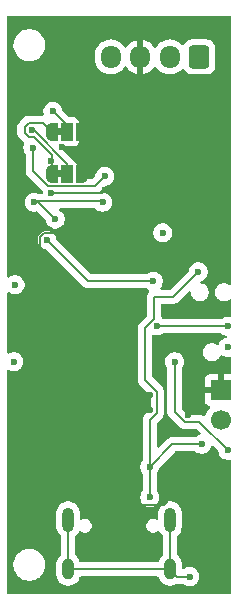
<source format=gbr>
%TF.GenerationSoftware,KiCad,Pcbnew,9.0.2*%
%TF.CreationDate,2025-06-14T09:22:04-04:00*%
%TF.ProjectId,plimsoll,706c696d-736f-46c6-9c2e-6b696361645f,rev?*%
%TF.SameCoordinates,Original*%
%TF.FileFunction,Copper,L4,Bot*%
%TF.FilePolarity,Positive*%
%FSLAX46Y46*%
G04 Gerber Fmt 4.6, Leading zero omitted, Abs format (unit mm)*
G04 Created by KiCad (PCBNEW 9.0.2) date 2025-06-14 09:22:04*
%MOMM*%
%LPD*%
G01*
G04 APERTURE LIST*
G04 Aperture macros list*
%AMRoundRect*
0 Rectangle with rounded corners*
0 $1 Rounding radius*
0 $2 $3 $4 $5 $6 $7 $8 $9 X,Y pos of 4 corners*
0 Add a 4 corners polygon primitive as box body*
4,1,4,$2,$3,$4,$5,$6,$7,$8,$9,$2,$3,0*
0 Add four circle primitives for the rounded corners*
1,1,$1+$1,$2,$3*
1,1,$1+$1,$4,$5*
1,1,$1+$1,$6,$7*
1,1,$1+$1,$8,$9*
0 Add four rect primitives between the rounded corners*
20,1,$1+$1,$2,$3,$4,$5,0*
20,1,$1+$1,$4,$5,$6,$7,0*
20,1,$1+$1,$6,$7,$8,$9,0*
20,1,$1+$1,$8,$9,$2,$3,0*%
%AMFreePoly0*
4,1,23,0.550000,-0.750000,0.000000,-0.750000,0.000000,-0.745722,-0.065263,-0.745722,-0.191342,-0.711940,-0.304381,-0.646677,-0.396677,-0.554381,-0.461940,-0.441342,-0.495722,-0.315263,-0.495722,-0.250000,-0.500000,-0.250000,-0.500000,0.250000,-0.495722,0.250000,-0.495722,0.315263,-0.461940,0.441342,-0.396677,0.554381,-0.304381,0.646677,-0.191342,0.711940,-0.065263,0.745722,0.000000,0.745722,
0.000000,0.750000,0.550000,0.750000,0.550000,-0.750000,0.550000,-0.750000,$1*%
%AMFreePoly1*
4,1,23,0.000000,0.745722,0.065263,0.745722,0.191342,0.711940,0.304381,0.646677,0.396677,0.554381,0.461940,0.441342,0.495722,0.315263,0.495722,0.250000,0.500000,0.250000,0.500000,-0.250000,0.495722,-0.250000,0.495722,-0.315263,0.461940,-0.441342,0.396677,-0.554381,0.304381,-0.646677,0.191342,-0.711940,0.065263,-0.745722,0.000000,-0.745722,0.000000,-0.750000,-0.550000,-0.750000,
-0.550000,0.750000,0.000000,0.750000,0.000000,0.745722,0.000000,0.745722,$1*%
G04 Aperture macros list end*
%TA.AperFunction,EtchedComponent*%
%ADD10C,0.000000*%
%TD*%
%TA.AperFunction,ComponentPad*%
%ADD11R,1.700000X1.700000*%
%TD*%
%TA.AperFunction,ComponentPad*%
%ADD12C,1.700000*%
%TD*%
%TA.AperFunction,ComponentPad*%
%ADD13RoundRect,0.250000X0.600000X0.725000X-0.600000X0.725000X-0.600000X-0.725000X0.600000X-0.725000X0*%
%TD*%
%TA.AperFunction,ComponentPad*%
%ADD14O,1.700000X1.950000*%
%TD*%
%TA.AperFunction,HeatsinkPad*%
%ADD15O,1.000000X2.100000*%
%TD*%
%TA.AperFunction,HeatsinkPad*%
%ADD16O,1.000000X1.800000*%
%TD*%
%TA.AperFunction,SMDPad,CuDef*%
%ADD17FreePoly0,0.000000*%
%TD*%
%TA.AperFunction,SMDPad,CuDef*%
%ADD18R,1.000000X1.500000*%
%TD*%
%TA.AperFunction,SMDPad,CuDef*%
%ADD19FreePoly1,0.000000*%
%TD*%
%TA.AperFunction,ViaPad*%
%ADD20C,0.600000*%
%TD*%
%TA.AperFunction,Conductor*%
%ADD21C,0.200000*%
%TD*%
G04 APERTURE END LIST*
D10*
%TA.AperFunction,EtchedComponent*%
%TO.C,JP2*%
G36*
X25200000Y-30650000D02*
G01*
X24700000Y-30650000D01*
X24700000Y-30050000D01*
X25200000Y-30050000D01*
X25200000Y-30650000D01*
G37*
%TD.AperFunction*%
%TA.AperFunction,EtchedComponent*%
%TO.C,JP1*%
G36*
X25200000Y-34200000D02*
G01*
X24700000Y-34200000D01*
X24700000Y-33600000D01*
X25200000Y-33600000D01*
X25200000Y-34200000D01*
G37*
%TD.AperFunction*%
%TD*%
D11*
%TO.P,J4,1,Pin_1*%
%TO.N,GND*%
X38600000Y-52200000D03*
D12*
%TO.P,J4,2,Pin_2*%
%TO.N,VBUS*%
X38600000Y-54740000D03*
%TD*%
D13*
%TO.P,J3,1,Pin_1*%
%TO.N,/Signal+*%
X36800000Y-24000000D03*
D14*
%TO.P,J3,2,Pin_2*%
%TO.N,/Signal-*%
X34300000Y-24000000D03*
%TO.P,J3,3,Pin_3*%
%TO.N,GND*%
X31800000Y-24000000D03*
%TO.P,J3,4,Pin_4*%
%TO.N,+3.3VADC*%
X29300000Y-24000000D03*
%TD*%
D15*
%TO.P,J2,S1,SHIELD*%
%TO.N,Net-(J2-SHIELD)*%
X25680000Y-63180000D03*
D16*
X25680000Y-67380000D03*
D15*
X34320000Y-63180000D03*
D16*
X34320000Y-67380000D03*
%TD*%
D17*
%TO.P,JP2,1,A*%
%TO.N,+3V3*%
X24300000Y-30350000D03*
D18*
%TO.P,JP2,2,C*%
%TO.N,Net-(JP2-C)*%
X25600000Y-30350000D03*
D19*
%TO.P,JP2,3,B*%
%TO.N,GND*%
X26900000Y-30350000D03*
%TD*%
D17*
%TO.P,JP1,1,A*%
%TO.N,+3V3*%
X24300000Y-33900000D03*
D18*
%TO.P,JP1,2,C*%
%TO.N,Net-(JP1-C)*%
X25600000Y-33900000D03*
D19*
%TO.P,JP1,3,B*%
%TO.N,GND*%
X26900000Y-33900000D03*
%TD*%
D20*
%TO.N,GND*%
X34700000Y-34000000D03*
X24200000Y-35556000D03*
X20800000Y-37700000D03*
X24600000Y-41600000D03*
X27800000Y-48400000D03*
X30800000Y-31300000D03*
X30800000Y-35300000D03*
X22200000Y-40100000D03*
X38400000Y-31100000D03*
X35200000Y-30400000D03*
X38100000Y-66800000D03*
X20800000Y-31100000D03*
X32600000Y-53900000D03*
X29900000Y-61059000D03*
X36000000Y-51800000D03*
X26600000Y-40800000D03*
X21400000Y-63600000D03*
X37600000Y-36800000D03*
X25174110Y-31600002D03*
X29000000Y-47600000D03*
X35800000Y-52600000D03*
X21100000Y-45300000D03*
X27200000Y-60900000D03*
X33700000Y-37700000D03*
X39200000Y-45700000D03*
X28800000Y-35300000D03*
X32600000Y-52600000D03*
X35800000Y-54300000D03*
X25200000Y-27000000D03*
X32000000Y-44000000D03*
X34500000Y-61200000D03*
X24800000Y-48000000D03*
X37900000Y-62600000D03*
%TO.N,VBUS*%
X32600000Y-61300000D03*
X36700000Y-42200000D03*
X37000000Y-56800000D03*
X32600000Y-58700000D03*
%TO.N,+3V3*%
X22800000Y-36300000D03*
X39200000Y-48600000D03*
X24601000Y-37735526D03*
X33700000Y-38900000D03*
X34700000Y-49800000D03*
X28600000Y-36300000D03*
X21200000Y-43300000D03*
X24236486Y-32800000D03*
X39200000Y-57300000D03*
X21100000Y-49800000D03*
%TO.N,/nRESET*%
X33219558Y-46776638D03*
X39200000Y-46800000D03*
%TO.N,/BOOT0*%
X23900000Y-39500000D03*
X32900000Y-43000000D03*
%TO.N,Net-(J2-SHIELD)*%
X36000000Y-68000000D03*
%TO.N,Net-(JP1-C)*%
X22600000Y-30200000D03*
%TO.N,Net-(JP2-C)*%
X24400000Y-28600000D03*
%TO.N,Net-(U6-XI)*%
X22700000Y-31674998D03*
X28800000Y-34100000D03*
%TD*%
D21*
%TO.N,GND*%
X28544000Y-35556000D02*
X28800000Y-35300000D01*
X39000000Y-30500000D02*
X38400000Y-31100000D01*
X23651057Y-38899000D02*
X24699000Y-38899000D01*
X25200000Y-48400000D02*
X24800000Y-48000000D01*
X33700000Y-37700000D02*
X33200000Y-37700000D01*
X39100000Y-30500000D02*
X39000000Y-30500000D01*
X30700000Y-35400000D02*
X28900000Y-35400000D01*
X23299000Y-39251057D02*
X23651057Y-38899000D01*
X30400000Y-44000000D02*
X32000000Y-44000000D01*
X29000000Y-47600000D02*
X30400000Y-44000000D01*
X37600000Y-36800000D02*
X37500000Y-36800000D01*
X31800000Y-24000000D02*
X31800000Y-21800000D01*
X26900000Y-33400000D02*
X26900000Y-33900000D01*
X33200000Y-37700000D02*
X30800000Y-35300000D01*
X34700000Y-34000000D02*
X33400000Y-35300000D01*
X25174110Y-31600002D02*
X26900000Y-31600002D01*
X38100000Y-62800000D02*
X37900000Y-62600000D01*
X28900000Y-35400000D02*
X28800000Y-35300000D01*
X33400000Y-35300000D02*
X30800000Y-35300000D01*
X30700000Y-31200000D02*
X27750000Y-31200000D01*
X24600000Y-41600000D02*
X23299000Y-40299000D01*
X25174110Y-31674110D02*
X26900000Y-33400000D01*
X27761028Y-61200000D02*
X27500000Y-61200000D01*
X33799000Y-61901000D02*
X34500000Y-61200000D01*
X27800000Y-48400000D02*
X25200000Y-48400000D01*
X31601000Y-61901000D02*
X33799000Y-61901000D01*
X22100000Y-62200000D02*
X23400000Y-60900000D01*
X25200000Y-22600000D02*
X25200000Y-27000000D01*
X38400000Y-31100000D02*
X37700000Y-30400000D01*
X32600000Y-53900000D02*
X32600000Y-52600000D01*
X31800000Y-21800000D02*
X39000000Y-21800000D01*
X37500000Y-36800000D02*
X34700000Y-34000000D01*
X29900000Y-61059000D02*
X30759000Y-61059000D01*
X23299000Y-40299000D02*
X23299000Y-39251057D01*
X37700000Y-30400000D02*
X35200000Y-30400000D01*
X31800000Y-21800000D02*
X26000000Y-21800000D01*
X39100000Y-21900000D02*
X39100000Y-30500000D01*
X29900000Y-61059000D02*
X27902028Y-61059000D01*
X25174110Y-31600002D02*
X25174110Y-31674110D01*
X24200000Y-35556000D02*
X28544000Y-35556000D01*
X38100000Y-66800000D02*
X38100000Y-62800000D01*
X27750000Y-31200000D02*
X26900000Y-30350000D01*
X24699000Y-38899000D02*
X26600000Y-40800000D01*
X39000000Y-21800000D02*
X39100000Y-21900000D01*
X30800000Y-31300000D02*
X30700000Y-31200000D01*
X26000000Y-21800000D02*
X25200000Y-22600000D01*
X30759000Y-61059000D02*
X31601000Y-61901000D01*
X23400000Y-60900000D02*
X27200000Y-60900000D01*
X22100000Y-62900000D02*
X22100000Y-62200000D01*
X21400000Y-63600000D02*
X22100000Y-62900000D01*
X35800000Y-52600000D02*
X35800000Y-54300000D01*
X30800000Y-35300000D02*
X30700000Y-35400000D01*
X27500000Y-61200000D02*
X27200000Y-60900000D01*
X26900000Y-31600002D02*
X26900000Y-30350000D01*
X27902028Y-61059000D02*
X27761028Y-61200000D01*
%TO.N,VBUS*%
X36700000Y-42200000D02*
X34601000Y-44299000D01*
X34500000Y-56800000D02*
X32600000Y-58700000D01*
X33201000Y-52351057D02*
X33201000Y-54148943D01*
X32970615Y-44329385D02*
X32970615Y-46175638D01*
X33001000Y-44299000D02*
X32970615Y-44329385D01*
X32600000Y-61300000D02*
X32600000Y-58700000D01*
X32970615Y-46175638D02*
X32200000Y-46946253D01*
X37000000Y-56800000D02*
X34500000Y-56800000D01*
X32200000Y-46946253D02*
X32200000Y-51350057D01*
X33201000Y-54148943D02*
X32600000Y-54749943D01*
X32200000Y-51350057D02*
X33201000Y-52351057D01*
X32600000Y-54749943D02*
X32600000Y-58700000D01*
X34601000Y-44299000D02*
X33001000Y-44299000D01*
%TO.N,+3V3*%
X24300000Y-32306956D02*
X24300000Y-33900000D01*
X23549000Y-29599000D02*
X22351057Y-29599000D01*
X22351057Y-29599000D02*
X21999000Y-29951057D01*
X22794044Y-30801000D02*
X24300000Y-32306956D01*
X22800000Y-36300000D02*
X22900000Y-36200000D01*
X24300000Y-30350000D02*
X23549000Y-29599000D01*
X35551057Y-54901000D02*
X34700000Y-54049943D01*
X21999000Y-30448943D02*
X22351057Y-30801000D01*
X22900000Y-36200000D02*
X28500000Y-36200000D01*
X36801000Y-54901000D02*
X35551057Y-54901000D01*
X22351057Y-30801000D02*
X22794044Y-30801000D01*
X24601000Y-37735526D02*
X23165474Y-36300000D01*
X39200000Y-57300000D02*
X36801000Y-54901000D01*
X23165474Y-36300000D02*
X22800000Y-36300000D01*
X34700000Y-54049943D02*
X34700000Y-49800000D01*
X21999000Y-29951057D02*
X21999000Y-30448943D01*
X28500000Y-36200000D02*
X28600000Y-36300000D01*
%TO.N,/nRESET*%
X33242920Y-46800000D02*
X39200000Y-46800000D01*
X33219558Y-46776638D02*
X33242920Y-46800000D01*
%TO.N,/BOOT0*%
X27400000Y-43000000D02*
X23900000Y-39500000D01*
X32900000Y-43000000D02*
X27400000Y-43000000D01*
%TO.N,Net-(J2-SHIELD)*%
X36000000Y-68000000D02*
X34940000Y-68000000D01*
X34940000Y-68000000D02*
X34320000Y-67380000D01*
X25680000Y-63180000D02*
X25680000Y-67380000D01*
X34320000Y-67380000D02*
X34320000Y-63180000D01*
X25680000Y-67380000D02*
X34320000Y-67380000D01*
%TO.N,Net-(JP1-C)*%
X22760144Y-30200000D02*
X22600000Y-30200000D01*
X25600000Y-33039856D02*
X22760144Y-30200000D01*
X25600000Y-33900000D02*
X25600000Y-33039856D01*
%TO.N,Net-(JP2-C)*%
X25600000Y-30350000D02*
X25600000Y-29800000D01*
X25600000Y-29800000D02*
X24400000Y-28600000D01*
%TO.N,Net-(U6-XI)*%
X28800000Y-34100000D02*
X27944000Y-34956000D01*
X23966144Y-34956000D02*
X22700000Y-33689856D01*
X27944000Y-34956000D02*
X23966144Y-34956000D01*
X22700000Y-33689856D02*
X22700000Y-31674998D01*
%TD*%
%TA.AperFunction,Conductor*%
%TO.N,GND*%
G36*
X39442539Y-20520185D02*
G01*
X39488294Y-20572989D01*
X39499500Y-20624500D01*
X39499500Y-43214313D01*
X39479815Y-43281352D01*
X39427011Y-43327107D01*
X39357853Y-43337051D01*
X39306610Y-43317415D01*
X39234280Y-43269086D01*
X39234266Y-43269078D01*
X39118563Y-43221153D01*
X39098542Y-43212860D01*
X39098538Y-43212859D01*
X39098534Y-43212858D01*
X38954459Y-43184200D01*
X38954455Y-43184200D01*
X38807545Y-43184200D01*
X38807540Y-43184200D01*
X38663465Y-43212858D01*
X38663455Y-43212861D01*
X38527733Y-43269078D01*
X38527724Y-43269083D01*
X38405580Y-43350698D01*
X38405576Y-43350701D01*
X38301701Y-43454576D01*
X38301698Y-43454580D01*
X38220083Y-43576724D01*
X38220078Y-43576733D01*
X38163861Y-43712455D01*
X38163858Y-43712465D01*
X38135200Y-43856540D01*
X38135200Y-44003456D01*
X38163858Y-44147534D01*
X38163861Y-44147544D01*
X38220078Y-44283266D01*
X38220083Y-44283275D01*
X38301698Y-44405419D01*
X38301701Y-44405423D01*
X38405576Y-44509298D01*
X38405580Y-44509301D01*
X38527724Y-44590916D01*
X38527730Y-44590919D01*
X38527731Y-44590920D01*
X38663458Y-44647140D01*
X38807540Y-44675799D01*
X38807544Y-44675800D01*
X38807545Y-44675800D01*
X38954456Y-44675800D01*
X38954457Y-44675799D01*
X39098542Y-44647140D01*
X39234269Y-44590920D01*
X39306609Y-44542584D01*
X39373286Y-44521706D01*
X39440666Y-44540190D01*
X39487357Y-44592169D01*
X39499500Y-44645686D01*
X39499500Y-45892297D01*
X39479815Y-45959336D01*
X39427011Y-46005091D01*
X39357853Y-46015035D01*
X39351309Y-46013914D01*
X39278845Y-45999500D01*
X39278842Y-45999500D01*
X39121158Y-45999500D01*
X39121155Y-45999500D01*
X38966510Y-46030261D01*
X38966498Y-46030264D01*
X38820827Y-46090602D01*
X38820814Y-46090609D01*
X38689125Y-46178602D01*
X38622447Y-46199480D01*
X38620234Y-46199500D01*
X33825861Y-46199500D01*
X33758822Y-46179815D01*
X33753991Y-46176548D01*
X33745523Y-46170525D01*
X33729847Y-46154849D01*
X33624725Y-46084608D01*
X33623245Y-46083556D01*
X33602716Y-46057481D01*
X33581419Y-46031998D01*
X33580975Y-46029867D01*
X33580024Y-46028659D01*
X33579424Y-46022418D01*
X33571115Y-45982508D01*
X33571115Y-45023500D01*
X33590800Y-44956461D01*
X33643604Y-44910706D01*
X33695115Y-44899500D01*
X34514331Y-44899500D01*
X34514347Y-44899501D01*
X34521943Y-44899501D01*
X34680054Y-44899501D01*
X34680057Y-44899501D01*
X34832785Y-44858577D01*
X34882904Y-44829639D01*
X34969716Y-44779520D01*
X35081520Y-44667716D01*
X35081520Y-44667714D01*
X35091728Y-44657507D01*
X35091730Y-44657504D01*
X35891519Y-43857715D01*
X35952842Y-43824230D01*
X36022534Y-43829214D01*
X36078467Y-43871086D01*
X36102884Y-43936550D01*
X36103200Y-43945396D01*
X36103200Y-44003456D01*
X36131858Y-44147534D01*
X36131861Y-44147544D01*
X36188078Y-44283266D01*
X36188083Y-44283275D01*
X36269698Y-44405419D01*
X36269701Y-44405423D01*
X36373576Y-44509298D01*
X36373580Y-44509301D01*
X36495724Y-44590916D01*
X36495730Y-44590919D01*
X36495731Y-44590920D01*
X36631458Y-44647140D01*
X36775540Y-44675799D01*
X36775544Y-44675800D01*
X36775545Y-44675800D01*
X36922456Y-44675800D01*
X36922457Y-44675799D01*
X37066542Y-44647140D01*
X37202269Y-44590920D01*
X37324420Y-44509301D01*
X37428301Y-44405420D01*
X37509920Y-44283269D01*
X37566140Y-44147542D01*
X37593619Y-44009394D01*
X37594800Y-44003456D01*
X37594800Y-43856544D01*
X37594799Y-43856540D01*
X37588372Y-43824230D01*
X37566140Y-43712458D01*
X37509920Y-43576731D01*
X37509919Y-43576730D01*
X37509916Y-43576724D01*
X37428301Y-43454580D01*
X37428298Y-43454576D01*
X37324423Y-43350701D01*
X37324419Y-43350698D01*
X37202275Y-43269083D01*
X37202266Y-43269078D01*
X37086563Y-43221153D01*
X37066542Y-43212860D01*
X37066538Y-43212859D01*
X37066534Y-43212858D01*
X36981047Y-43195854D01*
X36919136Y-43163470D01*
X36884562Y-43102754D01*
X36888301Y-43032984D01*
X36929167Y-42976312D01*
X36957784Y-42959676D01*
X36996769Y-42943528D01*
X37079173Y-42909397D01*
X37079176Y-42909395D01*
X37079179Y-42909394D01*
X37210289Y-42821789D01*
X37321789Y-42710289D01*
X37409394Y-42579179D01*
X37469737Y-42433497D01*
X37500500Y-42278842D01*
X37500500Y-42121158D01*
X37500500Y-42121155D01*
X37500499Y-42121153D01*
X37469738Y-41966510D01*
X37469738Y-41966508D01*
X37469737Y-41966503D01*
X37469735Y-41966498D01*
X37409397Y-41820827D01*
X37409390Y-41820814D01*
X37321789Y-41689711D01*
X37321786Y-41689707D01*
X37210292Y-41578213D01*
X37210288Y-41578210D01*
X37079185Y-41490609D01*
X37079172Y-41490602D01*
X36933501Y-41430264D01*
X36933489Y-41430261D01*
X36778845Y-41399500D01*
X36778842Y-41399500D01*
X36621158Y-41399500D01*
X36621155Y-41399500D01*
X36466510Y-41430261D01*
X36466498Y-41430264D01*
X36320827Y-41490602D01*
X36320814Y-41490609D01*
X36189711Y-41578210D01*
X36189707Y-41578213D01*
X36078213Y-41689707D01*
X36078210Y-41689711D01*
X35990609Y-41820814D01*
X35990602Y-41820827D01*
X35930264Y-41966498D01*
X35930261Y-41966508D01*
X35899361Y-42121850D01*
X35866976Y-42183761D01*
X35865425Y-42185339D01*
X34388584Y-43662181D01*
X34327261Y-43695666D01*
X34300903Y-43698500D01*
X33628018Y-43698500D01*
X33560979Y-43678815D01*
X33515224Y-43626011D01*
X33505280Y-43556853D01*
X33524916Y-43505609D01*
X33609390Y-43379185D01*
X33609390Y-43379184D01*
X33609394Y-43379179D01*
X33669737Y-43233497D01*
X33700500Y-43078842D01*
X33700500Y-42921158D01*
X33700500Y-42921155D01*
X33700499Y-42921153D01*
X33680734Y-42821789D01*
X33669737Y-42766503D01*
X33646452Y-42710288D01*
X33609397Y-42620827D01*
X33609390Y-42620814D01*
X33521789Y-42489711D01*
X33521786Y-42489707D01*
X33410292Y-42378213D01*
X33410288Y-42378210D01*
X33279185Y-42290609D01*
X33279172Y-42290602D01*
X33133501Y-42230264D01*
X33133489Y-42230261D01*
X32978845Y-42199500D01*
X32978842Y-42199500D01*
X32821158Y-42199500D01*
X32821155Y-42199500D01*
X32666510Y-42230261D01*
X32666498Y-42230264D01*
X32520827Y-42290602D01*
X32520814Y-42290609D01*
X32389125Y-42378602D01*
X32322447Y-42399480D01*
X32320234Y-42399500D01*
X27700097Y-42399500D01*
X27633058Y-42379815D01*
X27612416Y-42363181D01*
X24734574Y-39485339D01*
X24701089Y-39424016D01*
X24700638Y-39421849D01*
X24682595Y-39331147D01*
X24669737Y-39266503D01*
X24669735Y-39266498D01*
X24609397Y-39120827D01*
X24609390Y-39120814D01*
X24521789Y-38989711D01*
X24521786Y-38989707D01*
X24410292Y-38878213D01*
X24410288Y-38878210D01*
X24324897Y-38821153D01*
X32899500Y-38821153D01*
X32899500Y-38978846D01*
X32930261Y-39133489D01*
X32930264Y-39133501D01*
X32990602Y-39279172D01*
X32990609Y-39279185D01*
X33078210Y-39410288D01*
X33078213Y-39410292D01*
X33189707Y-39521786D01*
X33189711Y-39521789D01*
X33320814Y-39609390D01*
X33320827Y-39609397D01*
X33466498Y-39669735D01*
X33466503Y-39669737D01*
X33621153Y-39700499D01*
X33621156Y-39700500D01*
X33621158Y-39700500D01*
X33778844Y-39700500D01*
X33778845Y-39700499D01*
X33933497Y-39669737D01*
X34079179Y-39609394D01*
X34210289Y-39521789D01*
X34321789Y-39410289D01*
X34409394Y-39279179D01*
X34469737Y-39133497D01*
X34500500Y-38978842D01*
X34500500Y-38821158D01*
X34500500Y-38821155D01*
X34500499Y-38821153D01*
X34482419Y-38730261D01*
X34469737Y-38666503D01*
X34469735Y-38666498D01*
X34409397Y-38520827D01*
X34409390Y-38520814D01*
X34321789Y-38389711D01*
X34321786Y-38389707D01*
X34210292Y-38278213D01*
X34210288Y-38278210D01*
X34079185Y-38190609D01*
X34079172Y-38190602D01*
X33933501Y-38130264D01*
X33933489Y-38130261D01*
X33778845Y-38099500D01*
X33778842Y-38099500D01*
X33621158Y-38099500D01*
X33621155Y-38099500D01*
X33466510Y-38130261D01*
X33466498Y-38130264D01*
X33320827Y-38190602D01*
X33320814Y-38190609D01*
X33189711Y-38278210D01*
X33189707Y-38278213D01*
X33078213Y-38389707D01*
X33078210Y-38389711D01*
X32990609Y-38520814D01*
X32990602Y-38520827D01*
X32930264Y-38666498D01*
X32930261Y-38666510D01*
X32899500Y-38821153D01*
X24324897Y-38821153D01*
X24279185Y-38790609D01*
X24279172Y-38790602D01*
X24133501Y-38730264D01*
X24133489Y-38730261D01*
X23978845Y-38699500D01*
X23978842Y-38699500D01*
X23821158Y-38699500D01*
X23821155Y-38699500D01*
X23666510Y-38730261D01*
X23666498Y-38730264D01*
X23520827Y-38790602D01*
X23520814Y-38790609D01*
X23389711Y-38878210D01*
X23389707Y-38878213D01*
X23278213Y-38989707D01*
X23278210Y-38989711D01*
X23190609Y-39120814D01*
X23190602Y-39120827D01*
X23130264Y-39266498D01*
X23130261Y-39266510D01*
X23099500Y-39421153D01*
X23099500Y-39578846D01*
X23130261Y-39733489D01*
X23130264Y-39733501D01*
X23190602Y-39879172D01*
X23190609Y-39879185D01*
X23278210Y-40010288D01*
X23278213Y-40010292D01*
X23389707Y-40121786D01*
X23389711Y-40121789D01*
X23520814Y-40209390D01*
X23520827Y-40209397D01*
X23666498Y-40269735D01*
X23666503Y-40269737D01*
X23731147Y-40282595D01*
X23821849Y-40300638D01*
X23883760Y-40333023D01*
X23885339Y-40334574D01*
X26915139Y-43364374D01*
X26915149Y-43364385D01*
X26919479Y-43368715D01*
X26919480Y-43368716D01*
X27031284Y-43480520D01*
X27031286Y-43480521D01*
X27031290Y-43480524D01*
X27163498Y-43556853D01*
X27168216Y-43559577D01*
X27280019Y-43589534D01*
X27320942Y-43600500D01*
X27320943Y-43600500D01*
X32320234Y-43600500D01*
X32338315Y-43605809D01*
X32357156Y-43606125D01*
X32385490Y-43619661D01*
X32387273Y-43620185D01*
X32389011Y-43621322D01*
X32389709Y-43621787D01*
X32389711Y-43621789D01*
X32520821Y-43709394D01*
X32521650Y-43709737D01*
X32527418Y-43713582D01*
X32546124Y-43735915D01*
X32566915Y-43756323D01*
X32568292Y-43762381D01*
X32572282Y-43767145D01*
X32575944Y-43796047D01*
X32582402Y-43824455D01*
X32580284Y-43830296D01*
X32581066Y-43836460D01*
X32568520Y-43862756D01*
X32558595Y-43890143D01*
X32551525Y-43898379D01*
X32550981Y-43899521D01*
X32550052Y-43900096D01*
X32546323Y-43904441D01*
X32490095Y-43960669D01*
X32465393Y-44003455D01*
X32411038Y-44097600D01*
X32370114Y-44250328D01*
X32370114Y-44250330D01*
X32370114Y-44418431D01*
X32370115Y-44418444D01*
X32370115Y-45875540D01*
X32350430Y-45942579D01*
X32333796Y-45963221D01*
X31719481Y-46577535D01*
X31719479Y-46577537D01*
X31706202Y-46600534D01*
X31700590Y-46610256D01*
X31640423Y-46714468D01*
X31599499Y-46867196D01*
X31599499Y-46867198D01*
X31599499Y-47035299D01*
X31599500Y-47035312D01*
X31599500Y-51263387D01*
X31599499Y-51263405D01*
X31599499Y-51429111D01*
X31599498Y-51429111D01*
X31640423Y-51581842D01*
X31669358Y-51631957D01*
X31669359Y-51631961D01*
X31669360Y-51631961D01*
X31719479Y-51718771D01*
X31719481Y-51718774D01*
X31838349Y-51837642D01*
X31838355Y-51837647D01*
X32564181Y-52563473D01*
X32597666Y-52624796D01*
X32600500Y-52651154D01*
X32600500Y-53848845D01*
X32580815Y-53915884D01*
X32564181Y-53936526D01*
X32119481Y-54381225D01*
X32119479Y-54381227D01*
X32106322Y-54404017D01*
X32096817Y-54420481D01*
X32094926Y-54423757D01*
X32040711Y-54517660D01*
X32040423Y-54518158D01*
X31999499Y-54670886D01*
X31999499Y-54670888D01*
X31999499Y-54838989D01*
X31999500Y-54839002D01*
X31999500Y-58120234D01*
X31979815Y-58187273D01*
X31978602Y-58189125D01*
X31890609Y-58320814D01*
X31890602Y-58320827D01*
X31830264Y-58466498D01*
X31830261Y-58466510D01*
X31799500Y-58621153D01*
X31799500Y-58778846D01*
X31830261Y-58933489D01*
X31830264Y-58933501D01*
X31890602Y-59079172D01*
X31890609Y-59079185D01*
X31978602Y-59210874D01*
X31999480Y-59277551D01*
X31999500Y-59279765D01*
X31999500Y-60720234D01*
X31979815Y-60787273D01*
X31978602Y-60789125D01*
X31890609Y-60920814D01*
X31890602Y-60920827D01*
X31830264Y-61066498D01*
X31830261Y-61066510D01*
X31799500Y-61221153D01*
X31799500Y-61378846D01*
X31830261Y-61533489D01*
X31830264Y-61533501D01*
X31890602Y-61679172D01*
X31890609Y-61679185D01*
X31978210Y-61810288D01*
X31978213Y-61810292D01*
X32089707Y-61921786D01*
X32089711Y-61921789D01*
X32220814Y-62009390D01*
X32220827Y-62009397D01*
X32366498Y-62069735D01*
X32366503Y-62069737D01*
X32521153Y-62100499D01*
X32521156Y-62100500D01*
X32521158Y-62100500D01*
X32678844Y-62100500D01*
X32678845Y-62100499D01*
X32833497Y-62069737D01*
X32979179Y-62009394D01*
X33110289Y-61921789D01*
X33221789Y-61810289D01*
X33309394Y-61679179D01*
X33369737Y-61533497D01*
X33400500Y-61378842D01*
X33400500Y-61221158D01*
X33400500Y-61221155D01*
X33400499Y-61221153D01*
X33369738Y-61066510D01*
X33369737Y-61066503D01*
X33369735Y-61066498D01*
X33309397Y-60920827D01*
X33309390Y-60920814D01*
X33221398Y-60789125D01*
X33200520Y-60722447D01*
X33200500Y-60720234D01*
X33200500Y-59279765D01*
X33220185Y-59212726D01*
X33221398Y-59210874D01*
X33309390Y-59079185D01*
X33309390Y-59079184D01*
X33309394Y-59079179D01*
X33369737Y-58933497D01*
X33389113Y-58836085D01*
X33400638Y-58778150D01*
X33433023Y-58716239D01*
X33434517Y-58714717D01*
X34712417Y-57436819D01*
X34773740Y-57403334D01*
X34800098Y-57400500D01*
X36420234Y-57400500D01*
X36487273Y-57420185D01*
X36489125Y-57421398D01*
X36620814Y-57509390D01*
X36620827Y-57509397D01*
X36766498Y-57569735D01*
X36766503Y-57569737D01*
X36921153Y-57600499D01*
X36921156Y-57600500D01*
X36921158Y-57600500D01*
X37078844Y-57600500D01*
X37078845Y-57600499D01*
X37233497Y-57569737D01*
X37379179Y-57509394D01*
X37510289Y-57421789D01*
X37621789Y-57310289D01*
X37709394Y-57179179D01*
X37769737Y-57033497D01*
X37776662Y-56998685D01*
X37809047Y-56936774D01*
X37869762Y-56902200D01*
X37939532Y-56905939D01*
X37985960Y-56935195D01*
X38365425Y-57314660D01*
X38398910Y-57375983D01*
X38399361Y-57378149D01*
X38430261Y-57533491D01*
X38430264Y-57533501D01*
X38490602Y-57679172D01*
X38490609Y-57679185D01*
X38578210Y-57810288D01*
X38578213Y-57810292D01*
X38689707Y-57921786D01*
X38689711Y-57921789D01*
X38820814Y-58009390D01*
X38820827Y-58009397D01*
X38966498Y-58069735D01*
X38966503Y-58069737D01*
X39121153Y-58100499D01*
X39121156Y-58100500D01*
X39121158Y-58100500D01*
X39278843Y-58100500D01*
X39294564Y-58097372D01*
X39351309Y-58086085D01*
X39420899Y-58092312D01*
X39476077Y-58135174D01*
X39499322Y-58201063D01*
X39499500Y-58207702D01*
X39499500Y-69375500D01*
X39479815Y-69442539D01*
X39427011Y-69488294D01*
X39375500Y-69499500D01*
X20624500Y-69499500D01*
X20557461Y-69479815D01*
X20511706Y-69427011D01*
X20500500Y-69375500D01*
X20500500Y-66893713D01*
X21049500Y-66893713D01*
X21049500Y-67106287D01*
X21082754Y-67316243D01*
X21139117Y-67489711D01*
X21148444Y-67518414D01*
X21244951Y-67707820D01*
X21369890Y-67879786D01*
X21520213Y-68030109D01*
X21692179Y-68155048D01*
X21692181Y-68155049D01*
X21692184Y-68155051D01*
X21881588Y-68251557D01*
X22083757Y-68317246D01*
X22293713Y-68350500D01*
X22293714Y-68350500D01*
X22506286Y-68350500D01*
X22506287Y-68350500D01*
X22716243Y-68317246D01*
X22918412Y-68251557D01*
X23107816Y-68155051D01*
X23212707Y-68078844D01*
X23279786Y-68030109D01*
X23279788Y-68030106D01*
X23279792Y-68030104D01*
X23430104Y-67879792D01*
X23430106Y-67879788D01*
X23430109Y-67879786D01*
X23555048Y-67707820D01*
X23555047Y-67707820D01*
X23555051Y-67707816D01*
X23651557Y-67518412D01*
X23717246Y-67316243D01*
X23750500Y-67106287D01*
X23750500Y-66893713D01*
X23717246Y-66683757D01*
X23651557Y-66481588D01*
X23555051Y-66292184D01*
X23555049Y-66292181D01*
X23555048Y-66292179D01*
X23430109Y-66120213D01*
X23279786Y-65969890D01*
X23107820Y-65844951D01*
X22918414Y-65748444D01*
X22918413Y-65748443D01*
X22918412Y-65748443D01*
X22716243Y-65682754D01*
X22716241Y-65682753D01*
X22716240Y-65682753D01*
X22554957Y-65657208D01*
X22506287Y-65649500D01*
X22293713Y-65649500D01*
X22245042Y-65657208D01*
X22083760Y-65682753D01*
X21881585Y-65748444D01*
X21692179Y-65844951D01*
X21520213Y-65969890D01*
X21369890Y-66120213D01*
X21244951Y-66292179D01*
X21148444Y-66481585D01*
X21082753Y-66683760D01*
X21051441Y-66881456D01*
X21049500Y-66893713D01*
X20500500Y-66893713D01*
X20500500Y-63828543D01*
X24679499Y-63828543D01*
X24717947Y-64021829D01*
X24717950Y-64021839D01*
X24793364Y-64203907D01*
X24793371Y-64203920D01*
X24902860Y-64367781D01*
X24902863Y-64367785D01*
X25043181Y-64508103D01*
X25076666Y-64569426D01*
X25079500Y-64595784D01*
X25079500Y-66114216D01*
X25059815Y-66181255D01*
X25043181Y-66201897D01*
X24902863Y-66342214D01*
X24902860Y-66342218D01*
X24793371Y-66506079D01*
X24793364Y-66506092D01*
X24717950Y-66688160D01*
X24717947Y-66688170D01*
X24679500Y-66881456D01*
X24679500Y-66881459D01*
X24679500Y-67878541D01*
X24679500Y-67878543D01*
X24679499Y-67878543D01*
X24717947Y-68071829D01*
X24717950Y-68071839D01*
X24793364Y-68253907D01*
X24793371Y-68253920D01*
X24902860Y-68417781D01*
X24902863Y-68417785D01*
X25042214Y-68557136D01*
X25042218Y-68557139D01*
X25206079Y-68666628D01*
X25206092Y-68666635D01*
X25388160Y-68742049D01*
X25388165Y-68742051D01*
X25388169Y-68742051D01*
X25388170Y-68742052D01*
X25581456Y-68780500D01*
X25581459Y-68780500D01*
X25778543Y-68780500D01*
X25908582Y-68754632D01*
X25971835Y-68742051D01*
X26153914Y-68666632D01*
X26317782Y-68557139D01*
X26457139Y-68417782D01*
X26566632Y-68253914D01*
X26642051Y-68071835D01*
X26642052Y-68071832D01*
X26643063Y-68068501D01*
X26644066Y-68066970D01*
X26644382Y-68066208D01*
X26644526Y-68066267D01*
X26681362Y-68010063D01*
X26745175Y-67981609D01*
X26761722Y-67980500D01*
X33238278Y-67980500D01*
X33305317Y-68000185D01*
X33351072Y-68052989D01*
X33356937Y-68068501D01*
X33357947Y-68071832D01*
X33433364Y-68253907D01*
X33433371Y-68253920D01*
X33542860Y-68417781D01*
X33542863Y-68417785D01*
X33682214Y-68557136D01*
X33682218Y-68557139D01*
X33846079Y-68666628D01*
X33846092Y-68666635D01*
X34028160Y-68742049D01*
X34028165Y-68742051D01*
X34028169Y-68742051D01*
X34028170Y-68742052D01*
X34221456Y-68780500D01*
X34221459Y-68780500D01*
X34418543Y-68780500D01*
X34548582Y-68754632D01*
X34611835Y-68742051D01*
X34793914Y-68666632D01*
X34861612Y-68621397D01*
X34928288Y-68600520D01*
X34930502Y-68600500D01*
X35420234Y-68600500D01*
X35487273Y-68620185D01*
X35489125Y-68621398D01*
X35620814Y-68709390D01*
X35620827Y-68709397D01*
X35766498Y-68769735D01*
X35766503Y-68769737D01*
X35921153Y-68800499D01*
X35921156Y-68800500D01*
X35921158Y-68800500D01*
X36078844Y-68800500D01*
X36078845Y-68800499D01*
X36233497Y-68769737D01*
X36379179Y-68709394D01*
X36510289Y-68621789D01*
X36621789Y-68510289D01*
X36709394Y-68379179D01*
X36769737Y-68233497D01*
X36800500Y-68078842D01*
X36800500Y-67921158D01*
X36800500Y-67921155D01*
X36800499Y-67921153D01*
X36792272Y-67879792D01*
X36769737Y-67766503D01*
X36745428Y-67707816D01*
X36709397Y-67620827D01*
X36709390Y-67620814D01*
X36621789Y-67489711D01*
X36621786Y-67489707D01*
X36510292Y-67378213D01*
X36510288Y-67378210D01*
X36379185Y-67290609D01*
X36379172Y-67290602D01*
X36233501Y-67230264D01*
X36233489Y-67230261D01*
X36078845Y-67199500D01*
X36078842Y-67199500D01*
X35921158Y-67199500D01*
X35921155Y-67199500D01*
X35766510Y-67230261D01*
X35766498Y-67230264D01*
X35620827Y-67290602D01*
X35620814Y-67290609D01*
X35513391Y-67362388D01*
X35446713Y-67383266D01*
X35379333Y-67364782D01*
X35332643Y-67312803D01*
X35320500Y-67259286D01*
X35320500Y-66881456D01*
X35282052Y-66688170D01*
X35282051Y-66688167D01*
X35282051Y-66688165D01*
X35280225Y-66683757D01*
X35206635Y-66506092D01*
X35206628Y-66506079D01*
X35097139Y-66342218D01*
X35097136Y-66342214D01*
X34956819Y-66201897D01*
X34923334Y-66140574D01*
X34920500Y-66114216D01*
X34920500Y-64595784D01*
X34940185Y-64528745D01*
X34956819Y-64508103D01*
X35097136Y-64367785D01*
X35097139Y-64367782D01*
X35206632Y-64203914D01*
X35282051Y-64021835D01*
X35320500Y-63828541D01*
X35320500Y-62531459D01*
X35320500Y-62531456D01*
X35282052Y-62338170D01*
X35282051Y-62338169D01*
X35282051Y-62338165D01*
X35282049Y-62338160D01*
X35206635Y-62156092D01*
X35206628Y-62156079D01*
X35097139Y-61992218D01*
X35097136Y-61992214D01*
X34957785Y-61852863D01*
X34957781Y-61852860D01*
X34793920Y-61743371D01*
X34793907Y-61743364D01*
X34611839Y-61667950D01*
X34611829Y-61667947D01*
X34418543Y-61629500D01*
X34418541Y-61629500D01*
X34221459Y-61629500D01*
X34221457Y-61629500D01*
X34028170Y-61667947D01*
X34028160Y-61667950D01*
X33846092Y-61743364D01*
X33846079Y-61743371D01*
X33682218Y-61852860D01*
X33682214Y-61852863D01*
X33542863Y-61992214D01*
X33542860Y-61992218D01*
X33433371Y-62156079D01*
X33433364Y-62156092D01*
X33357950Y-62338160D01*
X33357947Y-62338170D01*
X33319500Y-62531456D01*
X33319500Y-63068666D01*
X33299815Y-63135705D01*
X33247011Y-63181460D01*
X33177853Y-63191404D01*
X33133501Y-63176054D01*
X33112137Y-63163719D01*
X33007584Y-63135705D01*
X32965766Y-63124500D01*
X32814234Y-63124500D01*
X32667863Y-63163719D01*
X32536635Y-63239485D01*
X32536632Y-63239487D01*
X32429487Y-63346632D01*
X32429485Y-63346635D01*
X32353719Y-63477863D01*
X32314500Y-63624234D01*
X32314500Y-63775765D01*
X32353719Y-63922136D01*
X32391602Y-63987750D01*
X32429485Y-64053365D01*
X32536635Y-64160515D01*
X32667865Y-64236281D01*
X32814234Y-64275500D01*
X32814236Y-64275500D01*
X32965764Y-64275500D01*
X32965766Y-64275500D01*
X33112135Y-64236281D01*
X33243365Y-64160515D01*
X33243372Y-64160507D01*
X33245694Y-64158726D01*
X33248021Y-64157825D01*
X33250403Y-64156451D01*
X33250617Y-64156822D01*
X33310861Y-64133525D01*
X33379307Y-64147556D01*
X33429302Y-64196365D01*
X33430551Y-64198644D01*
X33433369Y-64203916D01*
X33542860Y-64367781D01*
X33542863Y-64367785D01*
X33683181Y-64508103D01*
X33716666Y-64569426D01*
X33719500Y-64595784D01*
X33719500Y-66114216D01*
X33699815Y-66181255D01*
X33683181Y-66201897D01*
X33542863Y-66342214D01*
X33542860Y-66342218D01*
X33433371Y-66506079D01*
X33433364Y-66506092D01*
X33357947Y-66688167D01*
X33356937Y-66691499D01*
X33355933Y-66693029D01*
X33355618Y-66693792D01*
X33355473Y-66693732D01*
X33318638Y-66749937D01*
X33254825Y-66778391D01*
X33238278Y-66779500D01*
X26761722Y-66779500D01*
X26694683Y-66759815D01*
X26648928Y-66707011D01*
X26643063Y-66691499D01*
X26642052Y-66688167D01*
X26566635Y-66506092D01*
X26566628Y-66506079D01*
X26457139Y-66342218D01*
X26457136Y-66342214D01*
X26316819Y-66201897D01*
X26283334Y-66140574D01*
X26280500Y-66114216D01*
X26280500Y-64595784D01*
X26300185Y-64528745D01*
X26316819Y-64508103D01*
X26457136Y-64367785D01*
X26457139Y-64367782D01*
X26457140Y-64367781D01*
X26566632Y-64203914D01*
X26566635Y-64203906D01*
X26569446Y-64198648D01*
X26618405Y-64148800D01*
X26686542Y-64133335D01*
X26752223Y-64157163D01*
X26754300Y-64158722D01*
X26756632Y-64160512D01*
X26756635Y-64160515D01*
X26887865Y-64236281D01*
X27034234Y-64275500D01*
X27034236Y-64275500D01*
X27185764Y-64275500D01*
X27185766Y-64275500D01*
X27332135Y-64236281D01*
X27463365Y-64160515D01*
X27570515Y-64053365D01*
X27646281Y-63922135D01*
X27685500Y-63775766D01*
X27685500Y-63624234D01*
X27646281Y-63477865D01*
X27570515Y-63346635D01*
X27463365Y-63239485D01*
X27380087Y-63191404D01*
X27332136Y-63163719D01*
X27227584Y-63135705D01*
X27185766Y-63124500D01*
X27034234Y-63124500D01*
X26887862Y-63163719D01*
X26866499Y-63176054D01*
X26798598Y-63192525D01*
X26732572Y-63169673D01*
X26689382Y-63114751D01*
X26680500Y-63068666D01*
X26680500Y-62531456D01*
X26642052Y-62338170D01*
X26642051Y-62338169D01*
X26642051Y-62338165D01*
X26642049Y-62338160D01*
X26566635Y-62156092D01*
X26566628Y-62156079D01*
X26457139Y-61992218D01*
X26457136Y-61992214D01*
X26317785Y-61852863D01*
X26317781Y-61852860D01*
X26153920Y-61743371D01*
X26153907Y-61743364D01*
X25971839Y-61667950D01*
X25971829Y-61667947D01*
X25778543Y-61629500D01*
X25778541Y-61629500D01*
X25581459Y-61629500D01*
X25581457Y-61629500D01*
X25388170Y-61667947D01*
X25388160Y-61667950D01*
X25206092Y-61743364D01*
X25206079Y-61743371D01*
X25042218Y-61852860D01*
X25042214Y-61852863D01*
X24902863Y-61992214D01*
X24902860Y-61992218D01*
X24793371Y-62156079D01*
X24793364Y-62156092D01*
X24717950Y-62338160D01*
X24717947Y-62338170D01*
X24679500Y-62531456D01*
X24679500Y-62531459D01*
X24679500Y-63828541D01*
X24679500Y-63828543D01*
X24679499Y-63828543D01*
X20500500Y-63828543D01*
X20500500Y-50594168D01*
X20520185Y-50527129D01*
X20572989Y-50481374D01*
X20642147Y-50471430D01*
X20693392Y-50491067D01*
X20720812Y-50509389D01*
X20720827Y-50509397D01*
X20866498Y-50569735D01*
X20866503Y-50569737D01*
X21021153Y-50600499D01*
X21021156Y-50600500D01*
X21021158Y-50600500D01*
X21178844Y-50600500D01*
X21178845Y-50600499D01*
X21333497Y-50569737D01*
X21479179Y-50509394D01*
X21610289Y-50421789D01*
X21721789Y-50310289D01*
X21809394Y-50179179D01*
X21869737Y-50033497D01*
X21900500Y-49878842D01*
X21900500Y-49721158D01*
X21900500Y-49721155D01*
X21900499Y-49721153D01*
X21890506Y-49670916D01*
X21869737Y-49566503D01*
X21836151Y-49485419D01*
X21809397Y-49420827D01*
X21809390Y-49420814D01*
X21721789Y-49289711D01*
X21721786Y-49289707D01*
X21610292Y-49178213D01*
X21610288Y-49178210D01*
X21479185Y-49090609D01*
X21479172Y-49090602D01*
X21333501Y-49030264D01*
X21333489Y-49030261D01*
X21178845Y-48999500D01*
X21178842Y-48999500D01*
X21021158Y-48999500D01*
X21021155Y-48999500D01*
X20866510Y-49030261D01*
X20866498Y-49030264D01*
X20720827Y-49090602D01*
X20720816Y-49090608D01*
X20693390Y-49108934D01*
X20626712Y-49129811D01*
X20559332Y-49111326D01*
X20512643Y-49059346D01*
X20500500Y-49005831D01*
X20500500Y-44027350D01*
X20520185Y-43960311D01*
X20572989Y-43914556D01*
X20642147Y-43904612D01*
X20693391Y-43924248D01*
X20820814Y-44009390D01*
X20820827Y-44009397D01*
X20966498Y-44069735D01*
X20966503Y-44069737D01*
X21106569Y-44097598D01*
X21121153Y-44100499D01*
X21121156Y-44100500D01*
X21121158Y-44100500D01*
X21278844Y-44100500D01*
X21278845Y-44100499D01*
X21433497Y-44069737D01*
X21579179Y-44009394D01*
X21710289Y-43921789D01*
X21821789Y-43810289D01*
X21909394Y-43679179D01*
X21969737Y-43533497D01*
X22000500Y-43378842D01*
X22000500Y-43221158D01*
X22000500Y-43221155D01*
X22000499Y-43221153D01*
X21995467Y-43195854D01*
X21969737Y-43066503D01*
X21929656Y-42969737D01*
X21909397Y-42920827D01*
X21909390Y-42920814D01*
X21821789Y-42789711D01*
X21821786Y-42789707D01*
X21710292Y-42678213D01*
X21710288Y-42678210D01*
X21579185Y-42590609D01*
X21579172Y-42590602D01*
X21433501Y-42530264D01*
X21433489Y-42530261D01*
X21278845Y-42499500D01*
X21278842Y-42499500D01*
X21121158Y-42499500D01*
X21121155Y-42499500D01*
X20966510Y-42530261D01*
X20966498Y-42530264D01*
X20820827Y-42590602D01*
X20820814Y-42590609D01*
X20693391Y-42675751D01*
X20626713Y-42696629D01*
X20559333Y-42678144D01*
X20512643Y-42626165D01*
X20500500Y-42572649D01*
X20500500Y-30527997D01*
X21398498Y-30527997D01*
X21439423Y-30680728D01*
X21453596Y-30705276D01*
X21453595Y-30705276D01*
X21453596Y-30705277D01*
X21518475Y-30817652D01*
X21518481Y-30817660D01*
X21630285Y-30929464D01*
X21933786Y-31232966D01*
X21967271Y-31294289D01*
X21962287Y-31363981D01*
X21960669Y-31368092D01*
X21930263Y-31441501D01*
X21930262Y-31441504D01*
X21930262Y-31441505D01*
X21930261Y-31441508D01*
X21899500Y-31596151D01*
X21899500Y-31753844D01*
X21930261Y-31908487D01*
X21930264Y-31908499D01*
X21990602Y-32054170D01*
X21990609Y-32054183D01*
X22078602Y-32185872D01*
X22099480Y-32252549D01*
X22099500Y-32254763D01*
X22099500Y-33603186D01*
X22099499Y-33603204D01*
X22099499Y-33768910D01*
X22099498Y-33768910D01*
X22140423Y-33921641D01*
X22169358Y-33971756D01*
X22169359Y-33971760D01*
X22169360Y-33971760D01*
X22215261Y-34051265D01*
X22219479Y-34058570D01*
X22219481Y-34058573D01*
X22338349Y-34177441D01*
X22338355Y-34177446D01*
X23485622Y-35324713D01*
X23485624Y-35324716D01*
X23548728Y-35387820D01*
X23582212Y-35449141D01*
X23577228Y-35518833D01*
X23570417Y-35527932D01*
X23535356Y-35574768D01*
X23505459Y-35585918D01*
X23469893Y-35599184D01*
X23461046Y-35599500D01*
X23225316Y-35599500D01*
X23177864Y-35590061D01*
X23033501Y-35530264D01*
X23033489Y-35530261D01*
X22878845Y-35499500D01*
X22878842Y-35499500D01*
X22721158Y-35499500D01*
X22721155Y-35499500D01*
X22566510Y-35530261D01*
X22566498Y-35530264D01*
X22420827Y-35590602D01*
X22420814Y-35590609D01*
X22289711Y-35678210D01*
X22289707Y-35678213D01*
X22178213Y-35789707D01*
X22178210Y-35789711D01*
X22090609Y-35920814D01*
X22090602Y-35920827D01*
X22030264Y-36066498D01*
X22030261Y-36066510D01*
X21999500Y-36221153D01*
X21999500Y-36378846D01*
X22030261Y-36533489D01*
X22030264Y-36533501D01*
X22090602Y-36679172D01*
X22090609Y-36679185D01*
X22178210Y-36810288D01*
X22178213Y-36810292D01*
X22289707Y-36921786D01*
X22289711Y-36921789D01*
X22420814Y-37009390D01*
X22420827Y-37009397D01*
X22566498Y-37069735D01*
X22566503Y-37069737D01*
X22721153Y-37100499D01*
X22721156Y-37100500D01*
X22721158Y-37100500D01*
X22878844Y-37100500D01*
X23012263Y-37073961D01*
X23081855Y-37080188D01*
X23124136Y-37107897D01*
X23766425Y-37750186D01*
X23799910Y-37811509D01*
X23800361Y-37813675D01*
X23831261Y-37969017D01*
X23831264Y-37969027D01*
X23891602Y-38114698D01*
X23891609Y-38114711D01*
X23979210Y-38245814D01*
X23979213Y-38245818D01*
X24090707Y-38357312D01*
X24090711Y-38357315D01*
X24221814Y-38444916D01*
X24221827Y-38444923D01*
X24367498Y-38505261D01*
X24367503Y-38505263D01*
X24522153Y-38536025D01*
X24522156Y-38536026D01*
X24522158Y-38536026D01*
X24679844Y-38536026D01*
X24679845Y-38536025D01*
X24834497Y-38505263D01*
X24980179Y-38444920D01*
X25111289Y-38357315D01*
X25222789Y-38245815D01*
X25310394Y-38114705D01*
X25370737Y-37969023D01*
X25401500Y-37814368D01*
X25401500Y-37656684D01*
X25401500Y-37656681D01*
X25401499Y-37656679D01*
X25370738Y-37502036D01*
X25370737Y-37502029D01*
X25370735Y-37502024D01*
X25310397Y-37356353D01*
X25310390Y-37356340D01*
X25222789Y-37225237D01*
X25222786Y-37225233D01*
X25111292Y-37113739D01*
X25111288Y-37113736D01*
X24982380Y-37027602D01*
X24937575Y-36973990D01*
X24928868Y-36904665D01*
X24959023Y-36841637D01*
X25018466Y-36804918D01*
X25051271Y-36800500D01*
X27917060Y-36800500D01*
X27984099Y-36820185D01*
X28004736Y-36836814D01*
X28072587Y-36904665D01*
X28089712Y-36921790D01*
X28220814Y-37009390D01*
X28220827Y-37009397D01*
X28366498Y-37069735D01*
X28366503Y-37069737D01*
X28521153Y-37100499D01*
X28521156Y-37100500D01*
X28521158Y-37100500D01*
X28678844Y-37100500D01*
X28678845Y-37100499D01*
X28833497Y-37069737D01*
X28979179Y-37009394D01*
X29110289Y-36921789D01*
X29221789Y-36810289D01*
X29309394Y-36679179D01*
X29369737Y-36533497D01*
X29400500Y-36378842D01*
X29400500Y-36221158D01*
X29400500Y-36221155D01*
X29400499Y-36221153D01*
X29369738Y-36066510D01*
X29369737Y-36066503D01*
X29369735Y-36066498D01*
X29309397Y-35920827D01*
X29309390Y-35920814D01*
X29221789Y-35789711D01*
X29221786Y-35789707D01*
X29110292Y-35678213D01*
X29110288Y-35678210D01*
X28979185Y-35590609D01*
X28979172Y-35590602D01*
X28833501Y-35530264D01*
X28833489Y-35530261D01*
X28678845Y-35499500D01*
X28678842Y-35499500D01*
X28549096Y-35499500D01*
X28482057Y-35479815D01*
X28436302Y-35427011D01*
X28426358Y-35357853D01*
X28455383Y-35294297D01*
X28461415Y-35287819D01*
X28814662Y-34934572D01*
X28875983Y-34901089D01*
X28878150Y-34900638D01*
X28936085Y-34889113D01*
X29033497Y-34869737D01*
X29179179Y-34809394D01*
X29310289Y-34721789D01*
X29421789Y-34610289D01*
X29509394Y-34479179D01*
X29569737Y-34333497D01*
X29600500Y-34178842D01*
X29600500Y-34021158D01*
X29600500Y-34021155D01*
X29600499Y-34021153D01*
X29590673Y-33971756D01*
X29569737Y-33866503D01*
X29569735Y-33866498D01*
X29509397Y-33720827D01*
X29509390Y-33720814D01*
X29421789Y-33589711D01*
X29421786Y-33589707D01*
X29310292Y-33478213D01*
X29310288Y-33478210D01*
X29179185Y-33390609D01*
X29179172Y-33390602D01*
X29033501Y-33330264D01*
X29033489Y-33330261D01*
X28878845Y-33299500D01*
X28878842Y-33299500D01*
X28721158Y-33299500D01*
X28721155Y-33299500D01*
X28566510Y-33330261D01*
X28566498Y-33330264D01*
X28420827Y-33390602D01*
X28420814Y-33390609D01*
X28289711Y-33478210D01*
X28289707Y-33478213D01*
X28178213Y-33589707D01*
X28178210Y-33589711D01*
X28090609Y-33720814D01*
X28090602Y-33720827D01*
X28030264Y-33866498D01*
X28030261Y-33866508D01*
X27999361Y-34021850D01*
X27966976Y-34083761D01*
X27965425Y-34085339D01*
X27731584Y-34319181D01*
X27670261Y-34352666D01*
X27643903Y-34355500D01*
X26724500Y-34355500D01*
X26657461Y-34335815D01*
X26611706Y-34283011D01*
X26600500Y-34231500D01*
X26600499Y-33102129D01*
X26600498Y-33102123D01*
X26594091Y-33042516D01*
X26543797Y-32907671D01*
X26543793Y-32907664D01*
X26457547Y-32792455D01*
X26457544Y-32792452D01*
X26342335Y-32706206D01*
X26342328Y-32706202D01*
X26207482Y-32655908D01*
X26207483Y-32655908D01*
X26147883Y-32649501D01*
X26147881Y-32649500D01*
X26147873Y-32649500D01*
X26147865Y-32649500D01*
X26110242Y-32649500D01*
X26080805Y-32640856D01*
X26050816Y-32634333D01*
X26045799Y-32630577D01*
X26043203Y-32629815D01*
X26022562Y-32613182D01*
X25968716Y-32559336D01*
X25968713Y-32559334D01*
X25221559Y-31812180D01*
X25188074Y-31750857D01*
X25193058Y-31681165D01*
X25234930Y-31625232D01*
X25300394Y-31600815D01*
X25309218Y-31600499D01*
X26147872Y-31600499D01*
X26207483Y-31594091D01*
X26342331Y-31543796D01*
X26457546Y-31457546D01*
X26543796Y-31342331D01*
X26594091Y-31207483D01*
X26600500Y-31147873D01*
X26600499Y-29552128D01*
X26594091Y-29492517D01*
X26588528Y-29477603D01*
X26543797Y-29357671D01*
X26543793Y-29357664D01*
X26457547Y-29242455D01*
X26457544Y-29242452D01*
X26342335Y-29156206D01*
X26342328Y-29156202D01*
X26207482Y-29105908D01*
X26207483Y-29105908D01*
X26147883Y-29099501D01*
X26147881Y-29099500D01*
X26147873Y-29099500D01*
X26147865Y-29099500D01*
X25800097Y-29099500D01*
X25733058Y-29079815D01*
X25712416Y-29063181D01*
X25234574Y-28585339D01*
X25201089Y-28524016D01*
X25200638Y-28521849D01*
X25169738Y-28366510D01*
X25169737Y-28366503D01*
X25169735Y-28366498D01*
X25109397Y-28220827D01*
X25109390Y-28220814D01*
X25021789Y-28089711D01*
X25021786Y-28089707D01*
X24910292Y-27978213D01*
X24910288Y-27978210D01*
X24779185Y-27890609D01*
X24779172Y-27890602D01*
X24633501Y-27830264D01*
X24633489Y-27830261D01*
X24478845Y-27799500D01*
X24478842Y-27799500D01*
X24321158Y-27799500D01*
X24321155Y-27799500D01*
X24166510Y-27830261D01*
X24166498Y-27830264D01*
X24020827Y-27890602D01*
X24020814Y-27890609D01*
X23889711Y-27978210D01*
X23889707Y-27978213D01*
X23778213Y-28089707D01*
X23778210Y-28089711D01*
X23690609Y-28220814D01*
X23690602Y-28220827D01*
X23630264Y-28366498D01*
X23630261Y-28366510D01*
X23599500Y-28521153D01*
X23599500Y-28678846D01*
X23630261Y-28833490D01*
X23631782Y-28838504D01*
X23632022Y-28865463D01*
X23635859Y-28892144D01*
X23632329Y-28899873D01*
X23632405Y-28908371D01*
X23618035Y-28931175D01*
X23606836Y-28955700D01*
X23599685Y-28960295D01*
X23595156Y-28967484D01*
X23570734Y-28978901D01*
X23548058Y-28993475D01*
X23535788Y-28995239D01*
X23531862Y-28997075D01*
X23513123Y-28998499D01*
X23469943Y-28998499D01*
X23469939Y-28998499D01*
X23462333Y-28998500D01*
X23462332Y-28998499D01*
X23462331Y-28998500D01*
X22437727Y-28998500D01*
X22437711Y-28998499D01*
X22430115Y-28998499D01*
X22272000Y-28998499D01*
X22131793Y-29036067D01*
X22119268Y-29039424D01*
X21982344Y-29118477D01*
X21982339Y-29118481D01*
X21623217Y-29477603D01*
X21518483Y-29582336D01*
X21518482Y-29582337D01*
X21518480Y-29582341D01*
X21508285Y-29600000D01*
X21439423Y-29719272D01*
X21398499Y-29872000D01*
X21398499Y-30030114D01*
X21398499Y-30030116D01*
X21398500Y-30040110D01*
X21398500Y-30362273D01*
X21398499Y-30362291D01*
X21398499Y-30527997D01*
X21398498Y-30527997D01*
X20500500Y-30527997D01*
X20500500Y-22893713D01*
X21049500Y-22893713D01*
X21049500Y-23106287D01*
X21052021Y-23122203D01*
X21082753Y-23316239D01*
X21148444Y-23518414D01*
X21244951Y-23707820D01*
X21369890Y-23879786D01*
X21520213Y-24030109D01*
X21692179Y-24155048D01*
X21692181Y-24155049D01*
X21692184Y-24155051D01*
X21881588Y-24251557D01*
X22083757Y-24317246D01*
X22293713Y-24350500D01*
X22293714Y-24350500D01*
X22506286Y-24350500D01*
X22506287Y-24350500D01*
X22716243Y-24317246D01*
X22918412Y-24251557D01*
X23107816Y-24155051D01*
X23129789Y-24139086D01*
X23279786Y-24030109D01*
X23279788Y-24030106D01*
X23279792Y-24030104D01*
X23430104Y-23879792D01*
X23430106Y-23879788D01*
X23430109Y-23879786D01*
X23510807Y-23768713D01*
X27949500Y-23768713D01*
X27949500Y-24231287D01*
X27959062Y-24291657D01*
X27968381Y-24350500D01*
X27982754Y-24441243D01*
X27993722Y-24475000D01*
X28048444Y-24643414D01*
X28144951Y-24832820D01*
X28269890Y-25004786D01*
X28420213Y-25155109D01*
X28592179Y-25280048D01*
X28592181Y-25280049D01*
X28592184Y-25280051D01*
X28781588Y-25376557D01*
X28983757Y-25442246D01*
X29193713Y-25475500D01*
X29193714Y-25475500D01*
X29406286Y-25475500D01*
X29406287Y-25475500D01*
X29616243Y-25442246D01*
X29818412Y-25376557D01*
X30007816Y-25280051D01*
X30029789Y-25264086D01*
X30179786Y-25155109D01*
X30179788Y-25155106D01*
X30179792Y-25155104D01*
X30330104Y-25004792D01*
X30449991Y-24839779D01*
X30505320Y-24797115D01*
X30574933Y-24791136D01*
X30636729Y-24823741D01*
X30650627Y-24839781D01*
X30770272Y-25004459D01*
X30770276Y-25004464D01*
X30920535Y-25154723D01*
X30920540Y-25154727D01*
X31092442Y-25279620D01*
X31281782Y-25376095D01*
X31483871Y-25441757D01*
X31550000Y-25452231D01*
X31550000Y-24404145D01*
X31616657Y-24442630D01*
X31737465Y-24475000D01*
X31862535Y-24475000D01*
X31983343Y-24442630D01*
X32050000Y-24404145D01*
X32050000Y-25452230D01*
X32116126Y-25441757D01*
X32116129Y-25441757D01*
X32318217Y-25376095D01*
X32507557Y-25279620D01*
X32679459Y-25154727D01*
X32679464Y-25154723D01*
X32829721Y-25004466D01*
X32949371Y-24839781D01*
X33004701Y-24797115D01*
X33074314Y-24791136D01*
X33136110Y-24823741D01*
X33150008Y-24839781D01*
X33269890Y-25004785D01*
X33269894Y-25004790D01*
X33420213Y-25155109D01*
X33592179Y-25280048D01*
X33592181Y-25280049D01*
X33592184Y-25280051D01*
X33781588Y-25376557D01*
X33983757Y-25442246D01*
X34193713Y-25475500D01*
X34193714Y-25475500D01*
X34406286Y-25475500D01*
X34406287Y-25475500D01*
X34616243Y-25442246D01*
X34818412Y-25376557D01*
X35007816Y-25280051D01*
X35179792Y-25155104D01*
X35318604Y-25016291D01*
X35379923Y-24982809D01*
X35449615Y-24987793D01*
X35505549Y-25029664D01*
X35511821Y-25038878D01*
X35515185Y-25044333D01*
X35515186Y-25044334D01*
X35607288Y-25193656D01*
X35731344Y-25317712D01*
X35880666Y-25409814D01*
X36047203Y-25464999D01*
X36149991Y-25475500D01*
X37450008Y-25475499D01*
X37552797Y-25464999D01*
X37719334Y-25409814D01*
X37868656Y-25317712D01*
X37992712Y-25193656D01*
X38084814Y-25044334D01*
X38139999Y-24877797D01*
X38150500Y-24775009D01*
X38150499Y-23224992D01*
X38148851Y-23208863D01*
X38139999Y-23122203D01*
X38139998Y-23122200D01*
X38102104Y-23007845D01*
X38084814Y-22955666D01*
X37992712Y-22806344D01*
X37868656Y-22682288D01*
X37719334Y-22590186D01*
X37552797Y-22535001D01*
X37552795Y-22535000D01*
X37450010Y-22524500D01*
X36149998Y-22524500D01*
X36149981Y-22524501D01*
X36047203Y-22535000D01*
X36047200Y-22535001D01*
X35880668Y-22590185D01*
X35880663Y-22590187D01*
X35731342Y-22682289D01*
X35607289Y-22806342D01*
X35511821Y-22961121D01*
X35459873Y-23007845D01*
X35390910Y-23019068D01*
X35326828Y-22991224D01*
X35318601Y-22983705D01*
X35179786Y-22844890D01*
X35007820Y-22719951D01*
X34818414Y-22623444D01*
X34818413Y-22623443D01*
X34818412Y-22623443D01*
X34616243Y-22557754D01*
X34616241Y-22557753D01*
X34616240Y-22557753D01*
X34454957Y-22532208D01*
X34406287Y-22524500D01*
X34193713Y-22524500D01*
X34145042Y-22532208D01*
X33983760Y-22557753D01*
X33781585Y-22623444D01*
X33592179Y-22719951D01*
X33420213Y-22844890D01*
X33269894Y-22995209D01*
X33269890Y-22995214D01*
X33150008Y-23160218D01*
X33094678Y-23202884D01*
X33025065Y-23208863D01*
X32963270Y-23176257D01*
X32949372Y-23160218D01*
X32829727Y-22995540D01*
X32829723Y-22995535D01*
X32679464Y-22845276D01*
X32679459Y-22845272D01*
X32507557Y-22720379D01*
X32318215Y-22623903D01*
X32116124Y-22558241D01*
X32050000Y-22547768D01*
X32050000Y-23595854D01*
X31983343Y-23557370D01*
X31862535Y-23525000D01*
X31737465Y-23525000D01*
X31616657Y-23557370D01*
X31550000Y-23595854D01*
X31550000Y-22547768D01*
X31549999Y-22547768D01*
X31483875Y-22558241D01*
X31281784Y-22623903D01*
X31092442Y-22720379D01*
X30920540Y-22845272D01*
X30920535Y-22845276D01*
X30770276Y-22995535D01*
X30770272Y-22995540D01*
X30650627Y-23160218D01*
X30595297Y-23202884D01*
X30525684Y-23208863D01*
X30463889Y-23176257D01*
X30449991Y-23160218D01*
X30330109Y-22995214D01*
X30330105Y-22995209D01*
X30179786Y-22844890D01*
X30007820Y-22719951D01*
X29818414Y-22623444D01*
X29818413Y-22623443D01*
X29818412Y-22623443D01*
X29616243Y-22557754D01*
X29616241Y-22557753D01*
X29616240Y-22557753D01*
X29454957Y-22532208D01*
X29406287Y-22524500D01*
X29193713Y-22524500D01*
X29145042Y-22532208D01*
X28983760Y-22557753D01*
X28781585Y-22623444D01*
X28592179Y-22719951D01*
X28420213Y-22844890D01*
X28269890Y-22995213D01*
X28144951Y-23167179D01*
X28048444Y-23356585D01*
X27982753Y-23558760D01*
X27959144Y-23707821D01*
X27949500Y-23768713D01*
X23510807Y-23768713D01*
X23555047Y-23707821D01*
X23555048Y-23707820D01*
X23555051Y-23707816D01*
X23651557Y-23518412D01*
X23717246Y-23316243D01*
X23750500Y-23106287D01*
X23750500Y-22893713D01*
X23717246Y-22683757D01*
X23651557Y-22481588D01*
X23555051Y-22292184D01*
X23555049Y-22292181D01*
X23555048Y-22292179D01*
X23430109Y-22120213D01*
X23279786Y-21969890D01*
X23107820Y-21844951D01*
X22918414Y-21748444D01*
X22918413Y-21748443D01*
X22918412Y-21748443D01*
X22716243Y-21682754D01*
X22716241Y-21682753D01*
X22716240Y-21682753D01*
X22554957Y-21657208D01*
X22506287Y-21649500D01*
X22293713Y-21649500D01*
X22245042Y-21657208D01*
X22083760Y-21682753D01*
X21881585Y-21748444D01*
X21692179Y-21844951D01*
X21520213Y-21969890D01*
X21369890Y-22120213D01*
X21244951Y-22292179D01*
X21148444Y-22481585D01*
X21082753Y-22683760D01*
X21063338Y-22806342D01*
X21049500Y-22893713D01*
X20500500Y-22893713D01*
X20500500Y-20624500D01*
X20520185Y-20557461D01*
X20572989Y-20511706D01*
X20624500Y-20500500D01*
X39375500Y-20500500D01*
X39442539Y-20520185D01*
G37*
%TD.AperFunction*%
%TA.AperFunction,Conductor*%
G36*
X38687273Y-47420185D02*
G01*
X38689125Y-47421398D01*
X38820814Y-47509390D01*
X38820827Y-47509397D01*
X38910104Y-47546376D01*
X38966503Y-47569737D01*
X38966507Y-47569737D01*
X38966508Y-47569738D01*
X39009967Y-47578383D01*
X39071878Y-47610768D01*
X39106452Y-47671484D01*
X39102712Y-47741253D01*
X39061845Y-47797925D01*
X39009967Y-47821617D01*
X38966508Y-47830261D01*
X38966498Y-47830264D01*
X38820827Y-47890602D01*
X38820814Y-47890609D01*
X38689711Y-47978210D01*
X38689707Y-47978213D01*
X38578213Y-48089707D01*
X38578210Y-48089711D01*
X38490609Y-48220814D01*
X38490604Y-48220823D01*
X38447782Y-48324207D01*
X38403941Y-48378610D01*
X38337647Y-48400675D01*
X38269948Y-48383396D01*
X38264331Y-48379857D01*
X38218273Y-48349082D01*
X38218266Y-48349078D01*
X38082544Y-48292861D01*
X38082545Y-48292861D01*
X38082542Y-48292860D01*
X38082538Y-48292859D01*
X38082534Y-48292858D01*
X37938459Y-48264200D01*
X37938455Y-48264200D01*
X37791545Y-48264200D01*
X37791540Y-48264200D01*
X37647465Y-48292858D01*
X37647455Y-48292861D01*
X37511733Y-48349078D01*
X37511724Y-48349083D01*
X37389580Y-48430698D01*
X37389576Y-48430701D01*
X37285701Y-48534576D01*
X37285698Y-48534580D01*
X37204083Y-48656724D01*
X37204078Y-48656733D01*
X37147861Y-48792455D01*
X37147858Y-48792465D01*
X37119200Y-48936540D01*
X37119200Y-49083459D01*
X37147858Y-49227534D01*
X37147861Y-49227544D01*
X37204078Y-49363266D01*
X37204083Y-49363275D01*
X37285698Y-49485419D01*
X37285701Y-49485423D01*
X37389576Y-49589298D01*
X37389580Y-49589301D01*
X37511724Y-49670916D01*
X37511730Y-49670919D01*
X37511731Y-49670920D01*
X37647458Y-49727140D01*
X37791540Y-49755799D01*
X37791544Y-49755800D01*
X37791545Y-49755800D01*
X37938456Y-49755800D01*
X37938457Y-49755799D01*
X38082542Y-49727140D01*
X38218269Y-49670920D01*
X38340420Y-49589301D01*
X38444301Y-49485420D01*
X38525920Y-49363269D01*
X38549503Y-49306332D01*
X38593343Y-49251931D01*
X38659637Y-49229865D01*
X38727336Y-49247143D01*
X38732955Y-49250684D01*
X38820814Y-49309390D01*
X38820827Y-49309397D01*
X38950902Y-49363275D01*
X38966503Y-49369737D01*
X39121153Y-49400499D01*
X39121156Y-49400500D01*
X39121158Y-49400500D01*
X39278843Y-49400500D01*
X39294564Y-49397372D01*
X39351309Y-49386085D01*
X39420899Y-49392312D01*
X39476077Y-49435174D01*
X39499322Y-49501063D01*
X39499500Y-49507702D01*
X39499500Y-50726000D01*
X39479815Y-50793039D01*
X39427011Y-50838794D01*
X39375500Y-50850000D01*
X38850000Y-50850000D01*
X38850000Y-51766988D01*
X38792993Y-51734075D01*
X38665826Y-51700000D01*
X38534174Y-51700000D01*
X38407007Y-51734075D01*
X38350000Y-51766988D01*
X38350000Y-50850000D01*
X37702155Y-50850000D01*
X37642627Y-50856401D01*
X37642620Y-50856403D01*
X37507913Y-50906645D01*
X37507906Y-50906649D01*
X37392812Y-50992809D01*
X37392809Y-50992812D01*
X37306649Y-51107906D01*
X37306645Y-51107913D01*
X37256403Y-51242620D01*
X37256401Y-51242627D01*
X37250000Y-51302155D01*
X37250000Y-51950000D01*
X38166988Y-51950000D01*
X38134075Y-52007007D01*
X38100000Y-52134174D01*
X38100000Y-52265826D01*
X38134075Y-52392993D01*
X38166988Y-52450000D01*
X37250000Y-52450000D01*
X37250000Y-53097844D01*
X37256401Y-53157372D01*
X37256403Y-53157379D01*
X37306645Y-53292086D01*
X37306649Y-53292093D01*
X37392809Y-53407187D01*
X37392812Y-53407190D01*
X37507906Y-53493350D01*
X37507913Y-53493354D01*
X37639470Y-53542422D01*
X37695404Y-53584293D01*
X37719821Y-53649758D01*
X37704969Y-53718031D01*
X37683819Y-53746285D01*
X37569889Y-53860215D01*
X37444951Y-54032179D01*
X37348444Y-54221583D01*
X37313114Y-54330319D01*
X37300778Y-54348359D01*
X37292656Y-54368649D01*
X37281444Y-54376632D01*
X37273676Y-54387994D01*
X37253543Y-54396501D01*
X37235742Y-54409179D01*
X37221995Y-54409834D01*
X37209317Y-54415192D01*
X37187780Y-54411464D01*
X37165952Y-54412505D01*
X37144749Y-54404017D01*
X37140471Y-54403277D01*
X37133186Y-54399389D01*
X37100478Y-54380506D01*
X37082904Y-54370360D01*
X37082902Y-54370358D01*
X37082901Y-54370358D01*
X37032785Y-54341423D01*
X36880057Y-54300499D01*
X36721943Y-54300499D01*
X36714347Y-54300499D01*
X36714331Y-54300500D01*
X35851154Y-54300500D01*
X35784115Y-54280815D01*
X35763473Y-54264181D01*
X35336819Y-53837527D01*
X35303334Y-53776204D01*
X35300500Y-53749846D01*
X35300500Y-50379765D01*
X35320185Y-50312726D01*
X35321398Y-50310874D01*
X35409390Y-50179185D01*
X35409390Y-50179184D01*
X35409394Y-50179179D01*
X35469737Y-50033497D01*
X35500500Y-49878842D01*
X35500500Y-49721158D01*
X35500500Y-49721155D01*
X35500499Y-49721153D01*
X35490506Y-49670916D01*
X35469737Y-49566503D01*
X35436151Y-49485419D01*
X35409397Y-49420827D01*
X35409390Y-49420814D01*
X35321789Y-49289711D01*
X35321786Y-49289707D01*
X35210292Y-49178213D01*
X35210288Y-49178210D01*
X35079185Y-49090609D01*
X35079172Y-49090602D01*
X34933501Y-49030264D01*
X34933489Y-49030261D01*
X34778845Y-48999500D01*
X34778842Y-48999500D01*
X34621158Y-48999500D01*
X34621155Y-48999500D01*
X34466510Y-49030261D01*
X34466498Y-49030264D01*
X34320827Y-49090602D01*
X34320814Y-49090609D01*
X34189711Y-49178210D01*
X34189707Y-49178213D01*
X34078213Y-49289707D01*
X34078210Y-49289711D01*
X33990609Y-49420814D01*
X33990602Y-49420827D01*
X33930264Y-49566498D01*
X33930261Y-49566510D01*
X33899500Y-49721153D01*
X33899500Y-49878846D01*
X33930261Y-50033489D01*
X33930264Y-50033501D01*
X33990602Y-50179172D01*
X33990609Y-50179185D01*
X34078602Y-50310874D01*
X34099480Y-50377551D01*
X34099500Y-50379765D01*
X34099500Y-53963273D01*
X34099499Y-53963291D01*
X34099499Y-54128997D01*
X34099498Y-54128997D01*
X34099499Y-54129000D01*
X34140423Y-54281728D01*
X34151261Y-54300499D01*
X34219479Y-54418657D01*
X34219481Y-54418660D01*
X34338349Y-54537528D01*
X34338355Y-54537533D01*
X35066196Y-55265374D01*
X35066206Y-55265385D01*
X35070536Y-55269715D01*
X35070537Y-55269716D01*
X35182341Y-55381520D01*
X35182343Y-55381521D01*
X35182347Y-55381524D01*
X35319266Y-55460573D01*
X35319273Y-55460577D01*
X35431076Y-55490534D01*
X35471999Y-55501500D01*
X35472000Y-55501500D01*
X36500903Y-55501500D01*
X36567942Y-55521185D01*
X36588584Y-55537819D01*
X36864804Y-55814039D01*
X36898289Y-55875362D01*
X36893305Y-55945054D01*
X36851433Y-56000987D01*
X36801318Y-56023337D01*
X36766504Y-56030262D01*
X36766498Y-56030264D01*
X36620827Y-56090602D01*
X36620814Y-56090609D01*
X36489125Y-56178602D01*
X36422447Y-56199480D01*
X36420234Y-56199500D01*
X34586670Y-56199500D01*
X34586654Y-56199499D01*
X34579058Y-56199499D01*
X34420943Y-56199499D01*
X34344579Y-56219961D01*
X34268214Y-56240423D01*
X34268209Y-56240426D01*
X34131290Y-56319475D01*
X34131282Y-56319481D01*
X33412181Y-57038583D01*
X33350858Y-57072068D01*
X33281166Y-57067084D01*
X33225233Y-57025212D01*
X33200816Y-56959748D01*
X33200500Y-56950902D01*
X33200500Y-55050039D01*
X33220185Y-54983000D01*
X33236815Y-54962362D01*
X33559506Y-54639670D01*
X33559511Y-54639667D01*
X33569714Y-54629463D01*
X33569716Y-54629463D01*
X33681520Y-54517659D01*
X33760577Y-54380727D01*
X33801500Y-54228000D01*
X33801500Y-52440117D01*
X33801501Y-52440104D01*
X33801501Y-52272001D01*
X33801501Y-52272000D01*
X33760577Y-52119273D01*
X33695761Y-52007007D01*
X33681524Y-51982347D01*
X33681518Y-51982339D01*
X32836819Y-51137640D01*
X32803334Y-51076317D01*
X32800500Y-51049959D01*
X32800500Y-47655092D01*
X32820185Y-47588053D01*
X32872989Y-47542298D01*
X32942147Y-47532354D01*
X32971950Y-47540530D01*
X32986061Y-47546375D01*
X33103499Y-47569735D01*
X33140711Y-47577137D01*
X33140714Y-47577138D01*
X33140716Y-47577138D01*
X33298402Y-47577138D01*
X33298403Y-47577137D01*
X33453055Y-47546375D01*
X33598737Y-47486032D01*
X33695469Y-47421398D01*
X33762147Y-47400520D01*
X33764360Y-47400500D01*
X38620234Y-47400500D01*
X38687273Y-47420185D01*
G37*
%TD.AperFunction*%
%TD*%
M02*

</source>
